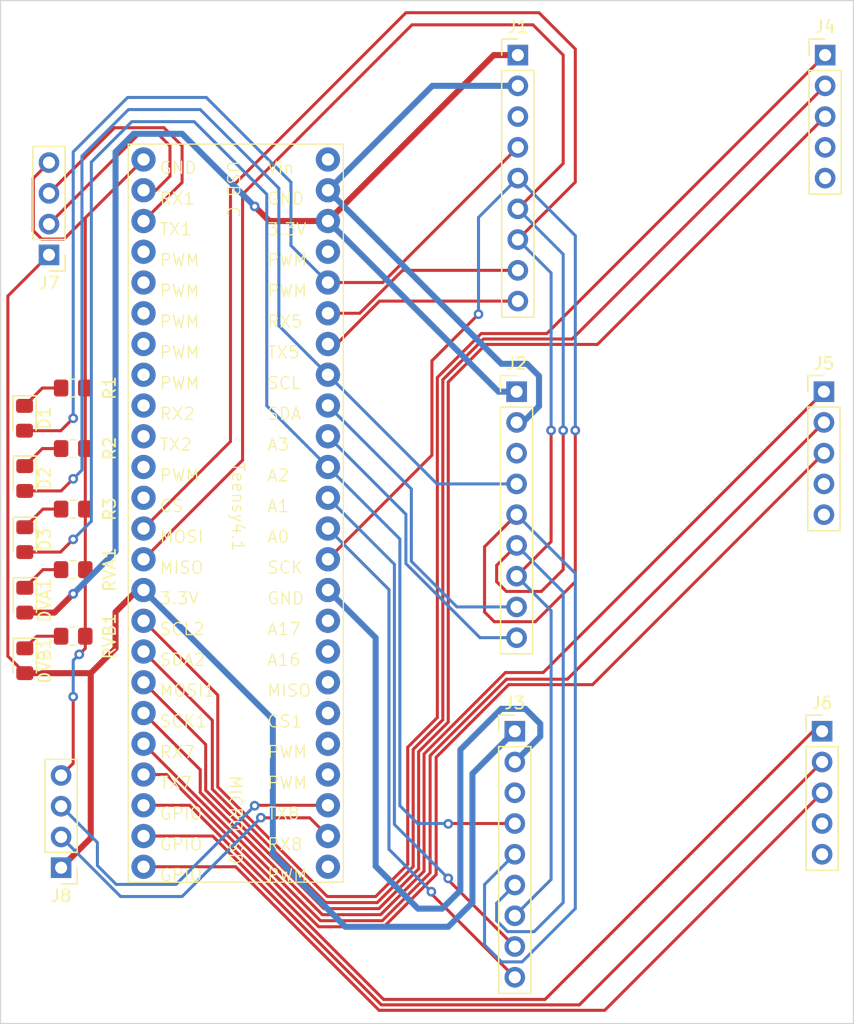
<source format=kicad_pcb>
(kicad_pcb (version 20221018) (generator pcbnew)
  (layers (0 "F.Cu" signal) (31 "B.Cu" signal) (34 "B.Paste" user) (35 "F.Paste" user) (36 "B.SilkS" user "B.Silkscreen") (37 "F.SilkS" user "F.Silkscreen") (38 "B.Mask" user) (39 "F.Mask" user) (44 "Edge.Cuts" user))
  (net 0 "")
  (net 1 "Net-(D1-K)")
  (net 2 "/INT1")
  (net 3 "Net-(D2-K)")
  (net 4 "/INT2")
  (net 5 "Net-(D3-K)")
  (net 6 "/INT3")
  (net 7 "/GND")
  (net 8 "Net-(DVB1-K)")
  (net 9 "/3.3V B")
  (net 10 "/RST1")
  (net 11 "/CS1")
  (net 12 "/MOSI")
  (net 13 "/MISO")
  (net 14 "/SCK")
  (net 15 "/3.3V A")
  (net 16 "/RST2")
  (net 17 "/CS2")
  (net 18 "/RST3")
  (net 19 "/CS3")
  (net 20 "/G1_1")
  (net 21 "/G2_1")
  (net 22 "/G3_1")
  (net 25 "/G1_2")
  (net 26 "/G2_2")
  (net 27 "/G3_2")
  (net 30 "/G1_3")
  (net 31 "/G2_3")
  (net 32 "/G3_3")
  (net 35 "/RX1")
  (net 36 "/TX1")
  (net 37 "/RX8")
  (net 38 "/TX8")
  (net 60 "Net-(DVA1-K)")
  (net 61 "/GND1")
  (net 62 "/GND3")
  (footprint "MountingHole:MountingHole_2.1mm" (layer "F.Cu") (at 118.2 63.6)
    (fp_text reference "H1" hide)
    (fp_text value "MountingHole" hide)
    (pad "" np_thru_hole circle (at 0 0) (size 2.1 2.1) (drill 2.1) (layers "*.Cu" "*.Mask"))
  )
  (footprint "Resistor_SMD:R_0805_2012Metric_Pad1.20x1.40mm_HandSolder" (layer "F.Cu") (at 119.5 101.5)
    (fp_text reference "R3" (at 3 0 90) (layer "F.SilkS"))
    (fp_text value "1000" hide)
    (pad "1" smd roundrect (at -1 0) (size 1.2 1.4) (layers "F.Cu" "F.Paste" "F.Mask") (roundrect_rratio 0.2083333333) (net 5 "Net-(D3-K)"))
    (pad "2" smd roundrect (at 1 0) (size 1.2 1.4) (layers "F.Cu" "F.Paste" "F.Mask") (roundrect_rratio 0.2083333333) (net 7 "/GND"))
  )
  (footprint "MountingHole:MountingHole_2.1mm" (layer "F.Cu") (at 118.2 140.4)
    (fp_text reference "H2" hide)
    (fp_text value "MountingHole" hide)
    (pad "" np_thru_hole circle (at 0 0) (size 2.1 2.1) (drill 2.1) (layers "*.Cu" "*.Mask"))
  )
  (footprint "Connector_PinHeader_2.54mm:PinHeader_1x04_P2.54mm_Vertical" (layer "F.Cu") (at 118.5 131.12 180)
    (fp_text reference "J8" (at 0 -2.33) (layer "F.SilkS"))
    (fp_text value "Conn_01x04_Pin" hide)
    (pad "1" thru_hole rect (at 0 0 180) (size 1.7 1.7) (drill 1) (layers "*.Cu" "*.Mask") (net 9 "/3.3V B"))
    (pad "2" thru_hole oval (at 0 2.54 180) (size 1.7 1.7) (drill 1) (layers "*.Cu" "*.Mask") (net 37 "/RX8"))
    (pad "3" thru_hole oval (at 0 5.08 180) (size 1.7 1.7) (drill 1) (layers "*.Cu" "*.Mask") (net 38 "/TX8"))
    (pad "4" thru_hole oval (at 0 7.62 180) (size 1.7 1.7) (drill 1) (layers "*.Cu" "*.Mask") (net 7 "/GND"))
  )
  (footprint "Connector_PinHeader_2.54mm:PinHeader_1x04_P2.54mm_Vertical" (layer "F.Cu") (at 117.5 80.5 180)
    (fp_text reference "J7" (at 0 -2.33) (layer "F.SilkS"))
    (fp_text value "Conn_01x04_Pin" hide)
    (pad "1" thru_hole rect (at 0 0 180) (size 1.7 1.7) (drill 1) (layers "*.Cu" "*.Mask") (net 9 "/3.3V B"))
    (pad "2" thru_hole oval (at 0 2.54 180) (size 1.7 1.7) (drill 1) (layers "*.Cu" "*.Mask") (net 35 "/RX1"))
    (pad "3" thru_hole oval (at 0 5.08 180) (size 1.7 1.7) (drill 1) (layers "*.Cu" "*.Mask") (net 36 "/TX1"))
    (pad "4" thru_hole oval (at 0 7.62 180) (size 1.7 1.7) (drill 1) (layers "*.Cu" "*.Mask") (net 7 "/GND"))
  )
  (footprint "Avionics:Teensy_4.1" (layer "F.Cu") (at 132.935 101.835)
    (fp_text reference "Teensy4.1" (at 0.2 -0.5 -90 unlocked) (layer "F.SilkS") (effects (font (thickness 0.1))))
    (fp_text value "~")
    (fp_text user "GND" (at 2.54 7.62 unlocked) (layer "F.SilkS") (effects (font (thickness 0.1)) (justify left bottom)))
    (fp_text user "PWM" (at 2.54 20.32 unlocked) (layer "F.SilkS") (effects (font (thickness 0.1)) (justify left bottom)))
    (fp_text user "PWM" (at -6.35 -17.78 unlocked) (layer "F.SilkS") (effects (font (thickness 0.1)) (justify left bottom)))
    (fp_text user "3.3V" (at 2.54 -22.86 unlocked) (layer "F.SilkS") (effects (font (thickness 0.1)) (justify left bottom)))
    (fp_text user "GPIO" (at -6.35 25.4 unlocked) (layer "F.SilkS") (effects (font (thickness 0.1)) (justify left bottom)))
    (fp_text user "RX7" (at -6.35 20.32 unlocked) (layer "F.SilkS") (effects (font (thickness 0.1)) (justify left bottom)))
    (fp_text user "SDA2" (at -6.35 12.7 unlocked) (layer "F.SilkS") (effects (font (thickness 0.1)) (justify left bottom)))
    (fp_text user "PWM" (at -6.35 -12.7 unlocked) (layer "F.SilkS") (effects (font (thickness 0.1)) (justify left bottom)))
    (fp_text user "PWM" (at 2.54 -20.32 unlocked) (layer "F.SilkS") (effects (font (thickness 0.1)) (justify left bottom)))
    (fp_text user "GND" (at -6.35 -27.94 unlocked) (layer "F.SilkS") (effects (font (thickness 0.1)) (justify left bottom)))
    (fp_text user "A2" (at 2.54 -2.54 unlocked) (layer "F.SilkS") (effects (font (thickness 0.1)) (justify left bottom)))
    (fp_text user "GPIO" (at -6.35 30.48 unlocked) (layer "F.SilkS") (effects (font (thickness 0.1)) (justify left bottom)))
    (fp_text user "RX5" (at 2.54 -15.24 unlocked) (layer "F.SilkS") (effects (font (thickness 0.1)) (justify left bottom)))
    (fp_text user "PWM" (at -6.35 -10.16 unlocked) (layer "F.SilkS") (effects (font (thickness 0.1)) (justify left bottom)))
    (fp_text user "MICRO SD" (at -0.6 21.59 -90 unlocked) (layer "F.SilkS") (effects (font (thickness 0.1)) (justify left bottom)))
    (fp_text user "MISO" (at -6.35 5.08 unlocked) (layer "F.SilkS") (effects (font (thickness 0.1)) (justify left bottom)))
    (fp_text user "RX1" (at -6.35 -25.4 unlocked) (layer "F.SilkS") (effects (font (thickness 0.1)) (justify left bottom)))
    (fp_text user "TX1" (at -6.35 -22.86 unlocked) (layer "F.SilkS") (effects (font (thickness 0.1)) (justify left bottom)))
    (fp_text user "SCK1" (at -6.35 17.78 unlocked) (layer "F.SilkS") (effects (font (thickness 0.1)) (justify left bottom)))
    (fp_text user "PWM" (at -6.35 -20.32 unlocked) (layer "F.SilkS") (effects (font (thickness 0.1)) (justify left bottom)))
    (fp_text user "A0" (at 2.54 2.54 unlocked) (layer "F.SilkS") (effects (font (thickness 0.1)) (justify left bottom)))
    (fp_text user "TX5" (at 2.54 -12.7 unlocked) (layer "F.SilkS") (effects (font (thickness 0.1)) (justify left bottom)))
    (fp_text user "MOSI" (at -6.35 2.54 unlocked) (layer "F.SilkS") (effects (font (thickness 0.1)) (justify left bottom)))
    (fp_text user "PWM" (at 2.54 22.86 unlocked) (layer "F.SilkS") (effects (font (thickness 0.1)) (justify left bottom)))
    (fp_text user "A3" (at 2.54 -5.08 unlocked) (layer "F.SilkS") (effects (font (thickness 0.1)) (justify left bottom)))
    (fp_text user "TX8" (at 2.54 25.4 unlocked) (layer "F.SilkS") (effects (font (thickness 0.1)) (justify left bottom)))
    (fp_text user "PWM" (at 2.54 -17.78 unlocked) (layer "F.SilkS") (effects (font (thickness 0.1)) (justify left bottom)))
    (fp_text user "TX7" (at -6.35 22.86 unlocked) (layer "F.SilkS") (effects (font (thickness 0.1)) (justify left bottom)))
    (fp_text user "CS1" (at 2.54 17.78 unlocked) (layer "F.SilkS") (effects (font (thickness 0.1)) (justify left bottom)))
    (fp_text user "SCL" (at 2.54 -10.16 unlocked) (layer "F.SilkS") (effects (font (thickness 0.1)) (justify left bottom)))
    (fp_text user "A16" (at 2.54 12.7 unlocked) (layer "F.SilkS") (effects (font (thickness 0.1)) (justify left bottom)))
    (fp_text user "TX2" (at -6.35 -5.08 unlocked) (layer "F.SilkS") (effects (font (thickness 0.1)) (justify left bottom)))
    (fp_text user "CS" (at -6.35 0 unlocked) (layer "F.SilkS") (effects (font (thickness 0.1)) (justify left bottom)))
    (fp_text user "GND" (at 2.54 -25.4 unlocked) (layer "F.SilkS") (effects (font (thickness 0.1)) (justify left bottom)))
    (fp_text user "RX2" (at -6.35 -7.62 unlocked) (layer "F.SilkS") (effects (font (thickness 0.1)) (justify left bottom)))
    (fp_text user "PWM" (at 2.54 30.48 unlocked) (layer "F.SilkS") (effects (font (thickness 0.1)) (justify left bottom)))
    (fp_text user "USB C" (at -0.8 -29.2 -90 unlocked) (layer "F.SilkS") (effects (font (thickness 0.1)) (justify left bottom)))
    (fp_text user "A1" (at 2.54 0 unlocked) (layer "F.SilkS") (effects (font (thickness 0.1)) (justify left bottom)))
    (fp_text user "A17" (at 2.54 10.16 unlocked) (layer "F.SilkS") (effects (font (thickness 0.1)) (justify left bottom)))
    (fp_text user "3.3V" (at -6.35 7.62 unlocked) (layer "F.SilkS") (effects (font (thickness 0.1)) (justify left bottom)))
    (fp_text user "Vin" (at 2.54 -27.94 unlocked) (layer "F.SilkS") (effects (font (thickness 0.1)) (justify left bottom)))
    (fp_text user "SCL2" (at -6.35 10.16 unlocked) (layer "F.SilkS") (effects (font (thickness 0.1)) (justify left bottom)))
    (fp_text user "GPIO" (at -6.35 27.94 unlocked) (layer "F.SilkS") (effects (font (thickness 0.1)) (justify left bottom)))
    (fp_text user "MOSI1" (at -6.35 15.24 unlocked) (layer "F.SilkS") (effects (font (thickness 0.1)) (justify left bottom)))
    (fp_text user "SCK" (at 2.54 5.08 unlocked) (layer "F.SilkS") (effects (font (thickness 0.1)) (justify left bottom)))
    (fp_text user "MISO" (at 2.54 15.24 unlocked) (layer "F.SilkS") (effects (font (thickness 0.1)) (justify left bottom)))
    (fp_text user "PWM" (at -6.35 -2.54 unlocked) (layer "F.SilkS") (effects (font (thickness 0.1)) (justify left bottom)))
    (fp_text user "SDA" (at 2.54 -7.62 unlocked) (layer "F.SilkS") (effects (font (thickness 0.1)) (justify left bottom)))
    (fp_text user "PWM" (at -6.35 -15.24 unlocked) (layer "F.SilkS") (effects (font (thickness 0.1)) (justify left bottom)))
    (fp_text user "RX8" (at 2.54 27.94 unlocked) (layer "F.SilkS") (effects (font (thickness 0.1)) (justify left bottom)))
    (pad "0" thru_hole circle (at -7.62 -29.21) (size 2 2) (drill 1.02) (layers "*.Cu" "*.Mask") (net 7 "/GND"))
    (pad "1" thru_hole circle (at -7.62 -26.67) (size 2 2) (drill 1.02) (layers "*.Cu" "*.Mask") (net 35 "/RX1"))
    (pad "2" thru_hole circle (at -7.62 -24.13) (size 2 2) (drill 1.02) (layers "*.Cu" "*.Mask") (net 36 "/TX1"))
    (pad "3" thru_hole circle (at -7.62 -21.59) (size 2 2) (drill 1.02) (layers "*.Cu" "*.Mask"))
    (pad "4" thru_hole circle (at -7.62 -19.05) (size 2 2) (drill 1.02) (layers "*.Cu" "*.Mask"))
    (pad "5" thru_hole circle (at -7.62 -16.51) (size 2 2) (drill 1.02) (layers "*.Cu" "*.Mask"))
    (pad "6" thru_hole circle (at -7.62 -13.97) (size 2 2) (drill 1.02) (layers "*.Cu" "*.Mask"))
    (pad "7" thru_hole circle (at -7.62 -11.43) (size 2 2) (drill 1.02) (layers "*.Cu" "*.Mask"))
    (pad "8" thru_hole circle (at -7.62 -8.89) (size 2 2) (drill 1.02) (layers "*.Cu" "*.Mask"))
    (pad "9" thru_hole circle (at -7.62 -6.35) (size 2 2) (drill 1.02) (layers "*.Cu" "*.Mask"))
    (pad "10" thru_hole circle (at -7.62 -3.81) (size 2 2) (drill 1.02) (layers "*.Cu" "*.Mask"))
    (pad "11" thru_hole circle (at -7.62 -1.27) (size 2 2) (drill 1.02) (layers "*.Cu" "*.Mask"))
    (pad "12" thru_hole circle (at -7.62 1.27) (size 2 2) (drill 1.02) (layers "*.Cu" "*.Mask") (net 12 "/MOSI"))
    (pad "13" thru_hole circle (at -7.62 3.81) (size 2 2) (drill 1.02) (layers "*.Cu" "*.Mask") (net 13 "/MISO"))
    (pad "14" thru_hole circle (at -7.62 6.35) (size 2 2) (drill 1.02) (layers "*.Cu" "*.Mask") (net 9 "/3.3V B"))
    (pad "15" thru_hole circle (at -7.62 8.89) (size 2 2) (drill 1.02) (layers "*.Cu" "*.Mask") (net 20 "/G1_1"))
    (pad "16" thru_hole circle (at -7.62 11.43) (size 2 2) (drill 1.02) (layers "*.Cu" "*.Mask") (net 21 "/G2_1"))
    (pad "17" thru_hole circle (at -7.62 13.97) (size 2 2) (drill 1.02) (layers "*.Cu" "*.Mask") (net 22 "/G3_1"))
    (pad "18" thru_hole circle (at -7.62 16.51) (size 2 2) (drill 1.02) (layers "*.Cu" "*.Mask") (net 25 "/G1_2"))
    (pad "19" thru_hole circle (at -7.62 19.05) (size 2 2) (drill 1.02) (layers "*.Cu" "*.Mask") (net 26 "/G2_2"))
    (pad "20" thru_hole circle (at -7.62 21.59) (size 2 2) (drill 1.02) (layers "*.Cu" "*.Mask") (net 27 "/G3_2"))
    (pad "21" thru_hole circle (at -7.62 24.13) (size 2 2) (drill 1.02) (layers "*.Cu" "*.Mask") (net 30 "/G1_3"))
    (pad "22" thru_hole circle (at -7.62 26.67) (size 2 2) (drill 1.02) (layers "*.Cu" "*.Mask") (net 31 "/G2_3"))
    (pad "23" thru_hole circle (at -7.62 29.21) (size 2 2) (drill 1.02) (layers "*.Cu" "*.Mask") (net 32 "/G3_3"))
    (pad "24" thru_hole circle (at 7.62 29.21) (size 2 2) (drill 1.02) (layers "*.Cu" "*.Mask"))
    (pad "25" thru_hole circle (at 7.62 26.67) (size 2 2) (drill 1.02) (layers "*.Cu" "*.Mask") (net 37 "/RX8"))
    (pad "26" thru_hole circle (at 7.62 24.13) (size 2 2) (drill 1.02) (layers "*.Cu" "*.Mask") (net 38 "/TX8"))
    (pad "27" thru_hole circle (at 7.62 21.59) (size 2 2) (drill 1.02) (layers "*.Cu" "*.Mask"))
    (pad "28" thru_hole circle (at 7.62 19.05) (size 2 2) (drill 1.02) (layers "*.Cu" "*.Mask"))
    (pad "29" thru_hole circle (at 7.62 16.51) (size 2 2) (drill 1.02) (layers "*.Cu" "*.Mask"))
    (pad "30" thru_hole circle (at 7.62 13.97) (size 2 2) (drill 1.02) (layers "*.Cu" "*.Mask"))
    (pad "31" thru_hole circle (at 7.62 11.43) (size 2 2) (drill 1.02) (layers "*.Cu" "*.Mask"))
    (pad "32" thru_hole circle (at 7.62 8.89) (size 2 2) (drill 1.02) (layers "*.Cu" "*.Mask"))
    (pad "33" thru_hole circle (at 7.62 6.35) (size 2 2) (drill 1.02) (layers "*.Cu" "*.Mask") (net 62 "/GND3"))
    (pad "34" thru_hole circle (at 7.62 3.81) (size 2 2) (drill 1.02) (layers "*.Cu" "*.Mask") (net 14 "/SCK"))
    (pad "35" thru_hole circle (at 7.62 1.27) (size 2 2) (drill 1.02) (layers "*.Cu" "*.Mask") (net 18 "/RST3"))
    (pad "36" thru_hole circle (at 7.62 -1.27) (size 2 2) (drill 1.02) (layers "*.Cu" "*.Mask") (net 19 "/CS3"))
    (pad "37" thru_hole circle (at 7.62 -3.81) (size 2 2) (drill 1.02) (layers "*.Cu" "*.Mask") (net 6 "/INT3"))
    (pad "38" thru_hole circle (at 7.62 -6.35) (size 2 2) (drill 1.02) (layers "*.Cu" "*.Mask") (net 16 "/RST2"))
    (pad "39" thru_hole circle (at 7.62 -8.89) (size 2 2) (drill 1.02) (layers "*.Cu" "*.Mask") (net 17 "/CS2"))
    (pad "40" thru_hole circle (at 7.62 -11.43) (size 2 2) (drill 1.02) (layers "*.Cu" "*.Mask") (net 4 "/INT2"))
    (pad "41" thru_hole circle (at 7.62 -13.97) (size 2 2) (drill 1.02) (layers "*.Cu" "*.Mask") (net 10 "/RST1"))
    (pad "42" thru_hole circle (at 7.62 -16.51) (size 2 2) (drill 1.02) (layers "*.Cu" "*.Mask") (net 11 "/CS1"))
    (pad "43" thru_hole circle (at 7.62 -19.05) (size 2 2) (drill 1.02) (layers "*.Cu" "*.Mask") (net 2 "/INT1"))
    (pad "44" thru_hole circle (at 7.62 -21.59) (size 2 2) (drill 1.02) (layers "*.Cu" "*.Mask"))
    (pad "45" thru_hole circle (at 7.62 -24.13) (size 2 2) (drill 1.02) (layers "*.Cu" "*.Mask") (net 15 "/3.3V A"))
    (pad "46" thru_hole circle (at 7.62 -26.67) (size 2 2) (drill 1.02) (layers "*.Cu" "*.Mask") (net 61 "/GND1"))
    (pad "47" thru_hole circle (at 7.62 -29.21) (size 2 2) (drill 1.02) (layers "*.Cu" "*.Mask"))
  )
  (footprint "Resistor_SMD:R_0805_2012Metric_Pad1.20x1.40mm_HandSolder" (layer "F.Cu") (at 119.5 112 180)
    (fp_text reference "RVB1" (at -3 0 90) (layer "F.SilkS"))
    (fp_text value "1000" hide)
    (pad "1" smd roundrect (at -1 0 180) (size 1.2 1.4) (layers "F.Cu" "F.Paste" "F.Mask") (roundrect_rratio 0.2083333333) (net 7 "/GND"))
    (pad "2" smd roundrect (at 1 0 180) (size 1.2 1.4) (layers "F.Cu" "F.Paste" "F.Mask") (roundrect_rratio 0.2083333333) (net 8 "Net-(DVB1-K)"))
  )
  (footprint "Connector_PinHeader_2.54mm:PinHeader_1x09_P2.54mm_Vertical" (layer "F.Cu") (at 156 119.85)
    (fp_text reference "J3" (at 0 -2.33) (layer "F.SilkS"))
    (fp_text value "Conn_01x09_Pin" hide)
    (pad "1" thru_hole rect (at 0 0) (size 1.7 1.7) (drill 1) (layers "*.Cu" "*.Mask") (net 9 "/3.3V B"))
    (pad "2" thru_hole oval (at 0 2.54) (size 1.7 1.7) (drill 1) (layers "*.Cu" "*.Mask") (net 62 "/GND3"))
    (pad "3" thru_hole oval (at 0 5.08) (size 1.7 1.7) (drill 1) (layers "*.Cu" "*.Mask"))
    (pad "4" thru_hole oval (at 0 7.62) (size 1.7 1.7) (drill 1) (layers "*.Cu" "*.Mask") (net 6 "/INT3"))
    (pad "5" thru_hole oval (at 0 10.16) (size 1.7 1.7) (drill 1) (layers "*.Cu" "*.Mask") (net 14 "/SCK"))
    (pad "6" thru_hole oval (at 0 12.7) (size 1.7 1.7) (drill 1) (layers "*.Cu" "*.Mask") (net 13 "/MISO"))
    (pad "7" thru_hole oval (at 0 15.24) (size 1.7 1.7) (drill 1) (layers "*.Cu" "*.Mask") (net 12 "/MOSI"))
    (pad "8" thru_hole oval (at 0 17.78) (size 1.7 1.7) (drill 1) (layers "*.Cu" "*.Mask") (net 19 "/CS3"))
    (pad "9" thru_hole oval (at 0 20.32) (size 1.7 1.7) (drill 1) (layers "*.Cu" "*.Mask") (net 18 "/RST3"))
  )
  (footprint "Connector_PinHeader_2.54mm:PinHeader_1x05_P2.54mm_Vertical" (layer "F.Cu") (at 181.55 91.8)
    (fp_text reference "J5" (at 0 -2.33) (layer "F.SilkS"))
    (fp_text value "Conn_01x05_Pin" hide)
    (pad "1" thru_hole rect (at 0 0) (size 1.7 1.7) (drill 1) (layers "*.Cu" "*.Mask") (net 25 "/G1_2"))
    (pad "2" thru_hole oval (at 0 2.54) (size 1.7 1.7) (drill 1) (layers "*.Cu" "*.Mask") (net 26 "/G2_2"))
    (pad "3" thru_hole oval (at 0 5.08) (size 1.7 1.7) (drill 1) (layers "*.Cu" "*.Mask") (net 27 "/G3_2"))
    (pad "4" thru_hole oval (at 0 7.62) (size 1.7 1.7) (drill 1) (layers "*.Cu" "*.Mask"))
    (pad "5" thru_hole oval (at 0 10.16) (size 1.7 1.7) (drill 1) (layers "*.Cu" "*.Mask"))
  )
  (footprint "LED_SMD:LED_0805_2012Metric_Pad1.15x1.40mm_HandSolder" (layer "F.Cu") (at 115.5 109.025 -90)
    (fp_text reference "DVA1" (at 0 -1.65 90) (layer "F.SilkS"))
    (fp_text value "LED" hide)
    (pad "1" smd roundrect (at -1.025 0 270) (size 1.15 1.4) (layers "F.Cu" "F.Paste" "F.Mask") (roundrect_rratio 0.2173913043) (net 60 "Net-(DVA1-K)"))
    (pad "2" smd roundrect (at 1.025 0 270) (size 1.15 1.4) (layers "F.Cu" "F.Paste" "F.Mask") (roundrect_rratio 0.2173913043) (net 15 "/3.3V A"))
  )
  (footprint "LED_SMD:LED_0805_2012Metric_Pad1.15x1.40mm_HandSolder" (layer "F.Cu") (at 115.5 98.975 -90)
    (fp_text reference "D2" (at 0 -1.65 90) (layer "F.SilkS"))
    (fp_text value "LED" hide)
    (pad "1" smd roundrect (at -1.025 0 270) (size 1.15 1.4) (layers "F.Cu" "F.Paste" "F.Mask") (roundrect_rratio 0.2173913043) (net 3 "Net-(D2-K)"))
    (pad "2" smd roundrect (at 1.025 0 270) (size 1.15 1.4) (layers "F.Cu" "F.Paste" "F.Mask") (roundrect_rratio 0.2173913043) (net 4 "/INT2"))
  )
  (footprint "Connector_PinHeader_2.54mm:PinHeader_1x09_P2.54mm_Vertical" (layer "F.Cu") (at 156.15 91.8)
    (fp_text reference "J2" (at 0 -2.33) (layer "F.SilkS"))
    (fp_text value "Conn_01x09_Pin" hide)
    (pad "1" thru_hole rect (at 0 0) (size 1.7 1.7) (drill 1) (layers "*.Cu" "*.Mask") (net 15 "/3.3V A"))
    (pad "2" thru_hole oval (at 0 2.54) (size 1.7 1.7) (drill 1) (layers "*.Cu" "*.Mask") (net 61 "/GND1"))
    (pad "3" thru_hole oval (at 0 5.08) (size 1.7 1.7) (drill 1) (layers "*.Cu" "*.Mask"))
    (pad "4" thru_hole oval (at 0 7.62) (size 1.7 1.7) (drill 1) (layers "*.Cu" "*.Mask") (net 4 "/INT2"))
    (pad "5" thru_hole oval (at 0 10.16) (size 1.7 1.7) (drill 1) (layers "*.Cu" "*.Mask") (net 14 "/SCK"))
    (pad "6" thru_hole oval (at 0 12.7) (size 1.7 1.7) (drill 1) (layers "*.Cu" "*.Mask") (net 13 "/MISO"))
    (pad "7" thru_hole oval (at 0 15.24) (size 1.7 1.7) (drill 1) (layers "*.Cu" "*.Mask") (net 12 "/MOSI"))
    (pad "8" thru_hole oval (at 0 17.78) (size 1.7 1.7) (drill 1) (layers "*.Cu" "*.Mask") (net 17 "/CS2"))
    (pad "9" thru_hole oval (at 0 20.32) (size 1.7 1.7) (drill 1) (layers "*.Cu" "*.Mask") (net 16 "/RST2"))
  )
  (footprint "Resistor_SMD:R_0805_2012Metric_Pad1.20x1.40mm_HandSolder" (layer "F.Cu") (at 119.5 91.5)
    (fp_text reference "R1" (at 3 0 90) (layer "F.SilkS"))
    (fp_text value "1000" hide)
    (pad "1" smd roundrect (at -1 0) (size 1.2 1.4) (layers "F.Cu" "F.Paste" "F.Mask") (roundrect_rratio 0.2083333333) (net 1 "Net-(D1-K)"))
    (pad "2" smd roundrect (at 1 0) (size 1.2 1.4) (layers "F.Cu" "F.Paste" "F.Mask") (roundrect_rratio 0.2083333333) (net 7 "/GND"))
  )
  (footprint "Resistor_SMD:R_0805_2012Metric_Pad1.20x1.40mm_HandSolder" (layer "F.Cu") (at 119.5 106.5 180)
    (fp_text reference "RVA1" (at -3 0 90) (layer "F.SilkS"))
    (fp_text value "1000" hide)
    (pad "1" smd roundrect (at -1 0 180) (size 1.2 1.4) (layers "F.Cu" "F.Paste" "F.Mask") (roundrect_rratio 0.2083333333) (net 7 "/GND"))
    (pad "2" smd roundrect (at 1 0 180) (size 1.2 1.4) (layers "F.Cu" "F.Paste" "F.Mask") (roundrect_rratio 0.2083333333) (net 60 "Net-(DVA1-K)"))
  )
  (footprint "LED_SMD:LED_0805_2012Metric_Pad1.15x1.40mm_HandSolder" (layer "F.Cu") (at 115.475 94 -90)
    (fp_text reference "D1" (at 0 -1.65 90) (layer "F.SilkS"))
    (fp_text value "LED" hide)
    (pad "1" smd roundrect (at -1.025 0 270) (size 1.15 1.4) (layers "F.Cu" "F.Paste" "F.Mask") (roundrect_rratio 0.2173913043) (net 1 "Net-(D1-K)"))
    (pad "2" smd roundrect (at 1.025 0 270) (size 1.15 1.4) (layers "F.Cu" "F.Paste" "F.Mask") (roundrect_rratio 0.2173913043) (net 2 "/INT1"))
  )
  (footprint "LED_SMD:LED_0805_2012Metric_Pad1.15x1.40mm_HandSolder" (layer "F.Cu") (at 115.5 114.025 -90)
    (fp_text reference "DVB1" (at 0 -1.65 90) (layer "F.SilkS"))
    (fp_text value "LED" hide)
    (pad "1" smd roundrect (at -1.025 0 270) (size 1.15 1.4) (layers "F.Cu" "F.Paste" "F.Mask") (roundrect_rratio 0.2173913043) (net 8 "Net-(DVB1-K)"))
    (pad "2" smd roundrect (at 1.025 0 270) (size 1.15 1.4) (layers "F.Cu" "F.Paste" "F.Mask") (roundrect_rratio 0.2173913043) (net 9 "/3.3V B"))
  )
  (footprint "Connector_PinHeader_2.54mm:PinHeader_1x05_P2.54mm_Vertical" (layer "F.Cu") (at 181.65 64)
    (fp_text reference "J4" (at 0 -2.33) (layer "F.SilkS"))
    (fp_text value "Conn_01x05_Pin" hide)
    (pad "1" thru_hole rect (at 0 0) (size 1.7 1.7) (drill 1) (layers "*.Cu" "*.Mask") (net 20 "/G1_1"))
    (pad "2" thru_hole oval (at 0 2.54) (size 1.7 1.7) (drill 1) (layers "*.Cu" "*.Mask") (net 21 "/G2_1"))
    (pad "3" thru_hole oval (at 0 5.08) (size 1.7 1.7) (drill 1) (layers "*.Cu" "*.Mask") (net 22 "/G3_1"))
    (pad "4" thru_hole oval (at 0 7.62) (size 1.7 1.7) (drill 1) (layers "*.Cu" "*.Mask"))
    (pad "5" thru_hole oval (at 0 10.16) (size 1.7 1.7) (drill 1) (layers "*.Cu" "*.Mask"))
  )
  (footprint "Connector_PinHeader_2.54mm:PinHeader_1x09_P2.54mm_Vertical" (layer "F.Cu") (at 156.25 64)
    (fp_text reference "J1" (at 0 -2.33) (layer "F.SilkS"))
    (fp_text value "Conn_01x09_Pin" hide)
    (pad "1" thru_hole rect (at 0 0) (size 1.7 1.7) (drill 1) (layers "*.Cu" "*.Mask") (net 15 "/3.3V A"))
    (pad "2" thru_hole oval (at 0 2.54) (size 1.7 1.7) (drill 1) (layers "*.Cu" "*.Mask") (net 61 "/GND1"))
    (pad "3" thru_hole oval (at 0 5.08) (size 1.7 1.7) (drill 1) (layers "*.Cu" "*.Mask"))
    (pad "4" thru_hole oval (at 0 7.62) (size 1.7 1.7) (drill 1) (layers "*.Cu" "*.Mask") (net 2 "/INT1"))
    (pad "5" thru_hole oval (at 0 10.16) (size 1.7 1.7) (drill 1) (layers "*.Cu" "*.Mask") (net 14 "/SCK"))
    (pad "6" thru_hole oval (at 0 12.7) (size 1.7 1.7) (drill 1) (layers "*.Cu" "*.Mask") (net 13 "/MISO"))
    (pad "7" thru_hole oval (at 0 15.24) (size 1.7 1.7) (drill 1) (layers "*.Cu" "*.Mask") (net 12 "/MOSI"))
    (pad "8" thru_hole oval (at 0 17.78) (size 1.7 1.7) (drill 1) (layers "*.Cu" "*.Mask") (net 11 "/CS1"))
    (pad "9" thru_hole oval (at 0 20.32) (size 1.7 1.7) (drill 1) (layers "*.Cu" "*.Mask") (net 10 "/RST1"))
  )
  (footprint "Resistor_SMD:R_0805_2012Metric_Pad1.20x1.40mm_HandSolder" (layer "F.Cu") (at 119.5 96.5)
    (fp_text reference "R2" (at 3 0 90) (layer "F.SilkS"))
    (fp_text value "1000" hide)
    (pad "1" smd roundrect (at -1 0) (size 1.2 1.4) (layers "F.Cu" "F.Paste" "F.Mask") (roundrect_rratio 0.2083333333) (net 3 "Net-(D2-K)"))
    (pad "2" smd roundrect (at 1 0) (size 1.2 1.4) (layers "F.Cu" "F.Paste" "F.Mask") (roundrect_rratio 0.2083333333) (net 7 "/GND"))
  )
  (footprint "Connector_PinHeader_2.54mm:PinHeader_1x05_P2.54mm_Vertical" (layer "F.Cu") (at 181.4 119.85)
    (fp_text reference "J6" (at 0 -2.33) (layer "F.SilkS"))
    (fp_text value "Conn_01x05_Pin" hide)
    (pad "1" thru_hole rect (at 0 0) (size 1.7 1.7) (drill 1) (layers "*.Cu" "*.Mask") (net 30 "/G1_3"))
    (pad "2" thru_hole oval (at 0 2.54) (size 1.7 1.7) (drill 1) (layers "*.Cu" "*.Mask") (net 31 "/G2_3"))
    (pad "3" thru_hole oval (at 0 5.08) (size 1.7 1.7) (drill 1) (layers "*.Cu" "*.Mask") (net 32 "/G3_3"))
    (pad "4" thru_hole oval (at 0 7.62) (size 1.7 1.7) (drill 1) (layers "*.Cu" "*.Mask"))
    (pad "5" thru_hole oval (at 0 10.16) (size 1.7 1.7) (drill 1) (layers "*.Cu" "*.Mask"))
  )
  (footprint "LED_SMD:LED_0805_2012Metric_Pad1.15x1.40mm_HandSolder" (layer "F.Cu") (at 115.5 104.025 -90)
    (fp_text reference "D3" (at 0 -1.65 90) (layer "F.SilkS"))
    (fp_text value "LED" hide)
    (pad "1" smd roundrect (at -1.025 0 270) (size 1.15 1.4) (layers "F.Cu" "F.Paste" "F.Mask") (roundrect_rratio 0.2173913043) (net 5 "Net-(D3-K)"))
    (pad "2" smd roundrect (at 1.025 0 270) (size 1.15 1.4) (layers "F.Cu" "F.Paste" "F.Mask") (roundrect_rratio 0.2173913043) (net 6 "/INT3"))
  )
  (footprint "MountingHole:MountingHole_2.1mm" (layer "F.Cu") (at 179.2 140.4)
    (fp_text reference "H3" hide)
    (fp_text value "MountingHole" hide)
    (pad "" np_thru_hole circle (at 0 0) (size 2.1 2.1) (drill 2.1) (layers "*.Cu" "*.Mask"))
  )
  (gr_rect (start 113.5 59.5) (end 184 144) (stroke (width 0.1)) (fill none) (layer "Edge.Cuts"))
  (segment (start 115.475 92.975) (end 116.95 91.5) (width 0.25) (layer "F.Cu") (net 1))
  (segment (start 116.95 91.5) (end 118.5 91.5) (width 0.25) (layer "F.Cu") (net 1))
  (segment (start 140.555 82.785) (end 145.085 82.785) (width 0.25) (layer "F.Cu") (net 2))
  (segment (start 145.085 82.785) (end 156.25 71.62) (width 0.25) (layer "F.Cu") (net 2))
  (segment (start 118.475 95.025) (end 119.5 94) (width 0.25) (layer "F.Cu") (net 2))
  (segment (start 115.475 95.025) (end 118.475 95.025) (width 0.25) (layer "F.Cu") (net 2))
  (via (at 119.5 94) (size 0.8) (drill 0.4) (layers "F.Cu" "B.Cu") (net 2))
  (segment (start 140.555 82.785) (end 137.5 79.73) (width 0.25) (layer "B.Cu") (net 2))
  (segment (start 137.5 79.73) (end 137.5 79.5) (width 0.25) (layer "B.Cu") (net 2))
  (segment (start 130.5 67.5) (end 137.5 74.5) (width 0.25) (layer "B.Cu") (net 2))
  (segment (start 124 67.5) (end 130.5 67.5) (width 0.25) (layer "B.Cu") (net 2))
  (segment (start 119.5 72) (end 124 67.5) (width 0.25) (layer "B.Cu") (net 2))
  (segment (start 137.5 74.5) (end 137.5 79.5) (width 0.25) (layer "B.Cu") (net 2))
  (segment (start 119.5 94) (end 119.5 72) (width 0.25) (layer "B.Cu") (net 2))
  (segment (start 115.5 97.95) (end 116.95 96.5) (width 0.25) (layer "F.Cu") (net 3))
  (segment (start 116.95 96.5) (end 118.5 96.5) (width 0.25) (layer "F.Cu") (net 3))
  (segment (start 115.5 100) (end 118.5 100) (width 0.25) (layer "F.Cu") (net 4))
  (segment (start 118.5 100) (end 119.5 99) (width 0.25) (layer "F.Cu") (net 4))
  (segment (start 139.905 90.405) (end 140.555 90.405) (width 0.25) (layer "F.Cu") (net 4))
  (via (at 119.5 99) (size 0.8) (drill 0.4) (layers "F.Cu" "B.Cu") (net 4))
  (segment (start 140.555 90.405) (end 136.5 86.35) (width 0.25) (layer "B.Cu") (net 4))
  (segment (start 124.068198 68.5) (end 120.225 72.343198) (width 0.25) (layer "B.Cu") (net 4))
  (segment (start 120.225 98.275) (end 119.5 99) (width 0.25) (layer "B.Cu") (net 4))
  (segment (start 149.57 99.42) (end 140.555 90.405) (width 0.25) (layer "B.Cu") (net 4))
  (segment (start 136.5 86.35) (end 136.5 75) (width 0.25) (layer "B.Cu") (net 4))
  (segment (start 136.5 75) (end 130 68.5) (width 0.25) (layer "B.Cu") (net 4))
  (segment (start 130 68.5) (end 124.068198 68.5) (width 0.25) (layer "B.Cu") (net 4))
  (segment (start 156.15 99.42) (end 149.57 99.42) (width 0.25) (layer "B.Cu") (net 4))
  (segment (start 120.225 72.343198) (end 120.225 98.275) (width 0.25) (layer "B.Cu") (net 4))
  (segment (start 117 101.5) (end 118.5 101.5) (width 0.25) (layer "F.Cu") (net 5))
  (segment (start 115.5 103) (end 117 101.5) (width 0.25) (layer "F.Cu") (net 5))
  (segment (start 115.5 105.05) (end 118.45 105.05) (width 0.25) (layer "F.Cu") (net 6))
  (segment (start 118.45 105.05) (end 119.5 104) (width 0.25) (layer "F.Cu") (net 6))
  (segment (start 156 127.47) (end 150.53 127.47) (width 0.25) (layer "F.Cu") (net 6))
  (segment (start 150.53 127.47) (end 150.5 127.5) (width 0.25) (layer "F.Cu") (net 6))
  (via (at 150.5 127.5) (size 0.8) (drill 0.4) (layers "F.Cu" "B.Cu") (net 6))
  (via (at 119.5 104) (size 0.8) (drill 0.4) (layers "F.Cu" "B.Cu") (net 6))
  (segment (start 146.5 126) (end 146.5 103.97) (width 0.25) (layer "B.Cu") (net 6))
  (segment (start 121 102.5) (end 119.5 104) (width 0.25) (layer "B.Cu") (net 6))
  (segment (start 124.343414 69.5) (end 121 72.843414) (width 0.25) (layer "B.Cu") (net 6))
  (segment (start 140.555 98.025) (end 135.5 92.97) (width 0.25) (layer "B.Cu") (net 6))
  (segment (start 129.5 69.5) (end 124.343414 69.5) (width 0.25) (layer "B.Cu") (net 6))
  (segment (start 150.47 127.47) (end 147.97 127.47) (width 0.25) (layer "B.Cu") (net 6))
  (segment (start 146.5 103.97) (end 140.555 98.025) (width 0.25) (layer "B.Cu") (net 6))
  (segment (start 147.97 127.47) (end 146.5 126) (width 0.25) (layer "B.Cu") (net 6))
  (segment (start 150.5 127.5) (end 150.47 127.47) (width 0.25) (layer "B.Cu") (net 6))
  (segment (start 135.5 92.97) (end 135.5 75.5) (width 0.25) (layer "B.Cu") (net 6))
  (segment (start 135.5 75.5) (end 129.5 69.5) (width 0.25) (layer "B.Cu") (net 6))
  (segment (start 121 72.843414) (end 121 102.5) (width 0.25) (layer "B.Cu") (net 6))
  (segment (start 116.9 79.2) (end 118.74 79.2) (width 0.25) (layer "F.Cu") (net 7))
  (segment (start 117.5 72.88) (end 116.2 74.18) (width 0.25) (layer "F.Cu") (net 7))
  (segment (start 119.5 122.5) (end 119.5 117) (width 0.25) (layer "F.Cu") (net 7))
  (segment (start 116.2 74.18) (end 116.2 78.5) (width 0.25) (layer "F.Cu") (net 7))
  (segment (start 120.5 113) (end 120 113.5) (width 0.25) (layer "F.Cu") (net 7))
  (segment (start 120.5 96.5) (end 120.5 101.5) (width 0.25) (layer "F.Cu") (net 7))
  (segment (start 120.5 77.44) (end 125.315 72.625) (width 0.25) (layer "F.Cu") (net 7))
  (segment (start 120.5 91.5) (end 120.5 77.44) (width 0.25) (layer "F.Cu") (net 7))
  (segment (start 120.5 106.5) (end 120.5 112) (width 0.25) (layer "F.Cu") (net 7))
  (segment (start 116.2 78.5) (end 116.9 79.2) (width 0.25) (layer "F.Cu") (net 7))
  (segment (start 120.5 112) (end 120.5 113) (width 0.25) (layer "F.Cu") (net 7))
  (segment (start 118.5 123.5) (end 119.5 122.5) (width 0.25) (layer "F.Cu") (net 7))
  (segment (start 120.5 91.5) (end 120.5 96.5) (width 0.25) (layer "F.Cu") (net 7))
  (segment (start 118.74 79.2) (end 120.5 77.44) (width 0.25) (layer "F.Cu") (net 7))
  (segment (start 120.5 101.5) (end 120.5 106.5) (width 0.25) (layer "F.Cu") (net 7))
  (via (at 120 113.5) (size 0.8) (drill 0.4) (layers "F.Cu" "B.Cu") (net 7))
  (via (at 119.5 117) (size 0.8) (drill 0.4) (layers "F.Cu" "B.Cu") (net 7))
  (segment (start 119.5 117) (end 119.5 114) (width 0.25) (layer "B.Cu") (net 7))
  (segment (start 119.5 114) (end 120 113.5) (width 0.25) (layer "B.Cu") (net 7))
  (segment (start 115.5 113) (end 115.525 113.025) (width 0.25) (layer "F.Cu") (net 8))
  (segment (start 115.5 113) (end 116.5 112) (width 0.25) (layer "F.Cu") (net 8))
  (segment (start 116.5 112) (end 118.5 112) (width 0.25) (layer "F.Cu") (net 8))
  (segment (start 125.315 108.185) (end 124.815 108.185) (width 0.5) (layer "F.Cu") (net 9))
  (segment (start 114.1 113.65) (end 115.5 115.05) (width 0.25) (layer "F.Cu") (net 9))
  (segment (start 120.95 115.05) (end 115.5 115.05) (width 0.5) (layer "F.Cu") (net 9))
  (segment (start 120.95 128.67) (end 118.5 131.12) (width 0.5) (layer "F.Cu") (net 9))
  (segment (start 123 113) (end 120.95 115.05) (width 0.5) (layer "F.Cu") (net 9))
  (segment (start 123 110) (end 123 113) (width 0.5) (layer "F.Cu") (net 9))
  (segment (start 124.815 108.185) (end 123 110) (width 0.5) (layer "F.Cu") (net 9))
  (segment (start 114.1 83.9) (end 114.1 113.65) (width 0.25) (layer "F.Cu") (net 9))
  (segment (start 117.5 80.5) (end 114.1 83.9) (width 0.25) (layer "F.Cu") (net 9))
  (segment (start 120.95 115.05) (end 120.95 128.67) (width 0.5) (layer "F.Cu") (net 9))
  (segment (start 136 118.87) (end 136 130) (width 0.5) (layer "B.Cu") (net 9))
  (segment (start 136 130) (end 142 136) (width 0.5) (layer "B.Cu") (net 9))
  (segment (start 152.5 123.35) (end 156 119.85) (width 0.5) (layer "B.Cu") (net 9))
  (segment (start 150.5 136) (end 152.5 134) (width 0.5) (layer "B.Cu") (net 9))
  (segment (start 125.315 108.185) (end 136 118.87) (width 0.5) (layer "B.Cu") (net 9))
  (segment (start 152.5 134) (end 152.5 123.35) (width 0.5) (layer "B.Cu") (net 9))
  (segment (start 142 136) (end 150.5 136) (width 0.5) (layer "B.Cu") (net 9))
  (segment (start 144.822792 84.32) (end 141.277792 87.865) (width 0.25) (layer "F.Cu") (net 10))
  (segment (start 156.25 84.32) (end 144.822792 84.32) (width 0.25) (layer "F.Cu") (net 10))
  (segment (start 141.277792 87.865) (end 140.555 87.865) (width 0.25) (layer "F.Cu") (net 10))
  (segment (start 143.181396 85.325) (end 140.555 85.325) (width 0.25) (layer "F.Cu") (net 11))
  (segment (start 156.25 81.78) (end 146.726396 81.78) (width 0.25) (layer "F.Cu") (net 11))
  (segment (start 146.726396 81.78) (end 143.181396 85.325) (width 0.25) (layer "F.Cu") (net 11))
  (segment (start 140.73 85.5) (end 140.555 85.325) (width 0.25) (layer "B.Cu") (net 11))
  (segment (start 132.5 75) (end 147 60.5) (width 0.25) (layer "F.Cu") (net 12))
  (segment (start 159 104.19) (end 159 95) (width 0.25) (layer "F.Cu") (net 12))
  (segment (start 161 63.5) (end 161 74.49) (width 0.25) (layer "F.Cu") (net 12))
  (segment (start 156.15 107.04) (end 159 104.19) (width 0.25) (layer "F.Cu") (net 12))
  (segment (start 161 74.49) (end 156.25 79.24) (width 0.25) (layer "F.Cu") (net 12))
  (segment (start 147 60.5) (end 158 60.5) (width 0.25) (layer "F.Cu") (net 12))
  (segment (start 125.315 103.105) (end 132.5 95.92) (width 0.25) (layer "F.Cu") (net 12))
  (segment (start 132.5 95.92) (end 132.5 75) (width 0.25) (layer "F.Cu") (net 12))
  (segment (start 158 60.5) (end 161 63.5) (width 0.25) (layer "F.Cu") (net 12))
  (via (at 159 95) (size 0.8) (drill 0.4) (layers "F.Cu" "B.Cu") (net 12))
  (segment (start 156.25 79.24) (end 159 81.99) (width 0.25) (layer "B.Cu") (net 12))
  (segment (start 159 109.89) (end 156.15 107.04) (width 0.25) (layer "B.Cu") (net 12))
  (segment (start 156 135.09) (end 159 132.09) (width 0.25) (layer "B.Cu") (net 12))
  (segment (start 159 132.09) (end 159 109.89) (width 0.25) (layer "B.Cu") (net 12))
  (segment (start 159 81.99) (end 159 95) (width 0.25) (layer "B.Cu") (net 12))
  (segment (start 158.2 108.3) (end 155.3 108.3) (width 0.25) (layer "F.Cu") (net 13))
  (segment (start 133.5 97.46) (end 133.5 75.5) (width 0.25) (layer "F.Cu") (net 13))
  (segment (start 154.5 106.15) (end 156.15 104.5) (width 0.25) (layer "F.Cu") (net 13))
  (segment (start 160 64) (end 160 72.95) (width 0.25) (layer "F.Cu") (net 13))
  (segment (start 147.5 61.5) (end 157.5 61.5) (width 0.25) (layer "F.Cu") (net 13))
  (segment (start 133.5 75.5) (end 147.5 61.5) (width 0.25) (layer "F.Cu") (net 13))
  (segment (start 157.5 61.5) (end 160 64) (width 0.25) (layer "F.Cu") (net 13))
  (segment (start 125.626917 105.333083) (end 133.5 97.46) (width 0.25) (layer "F.Cu") (net 13))
  (segment (start 154.5 107.5) (end 154.5 106.15) (width 0.25) (layer "F.Cu") (net 13))
  (segment (start 160 72.95) (end 156.25 76.7) (width 0.25) (layer "F.Cu") (net 13))
  (segment (start 155.3 108.3) (end 154.5 107.5) (width 0.25) (layer "F.Cu") (net 13))
  (segment (start 160 95) (end 160 106.5) (width 0.25) (layer "F.Cu") (net 13))
  (segment (start 160 106.5) (end 158.2 108.3) (width 0.25) (layer "F.Cu") (net 13))
  (via (at 160 95) (size 0.8) (drill 0.4) (layers "F.Cu" "B.Cu") (net 13))
  (segment (start 155.4 136.4) (end 154.5 135.5) (width 0.25) (layer "B.Cu") (net 13))
  (segment (start 160 93) (end 160 95) (width 0.25) (layer "B.Cu") (net 13))
  (segment (start 156.15 104.5) (end 160 108.35) (width 0.25) (layer "B.Cu") (net 13))
  (segment (start 154.5 135.5) (end 154.5 134.05) (width 0.25) (layer "B.Cu") (net 13))
  (segment (start 154.5 134.05) (end 156 132.55) (width 0.25) (layer "B.Cu") (net 13))
  (segment (start 160 80.45) (end 156.25 76.7) (width 0.25) (layer "B.Cu") (net 13))
  (segment (start 160 134) (end 157.6 136.4) (width 0.25) (layer "B.Cu") (net 13))
  (segment (start 160 93) (end 160 80.45) (width 0.25) (layer "B.Cu") (net 13))
  (segment (start 157.6 136.4) (end 155.4 136.4) (width 0.25) (layer "B.Cu") (net 13))
  (segment (start 160 108.35) (end 160 134) (width 0.25) (layer "B.Cu") (net 13))
  (segment (start 149.15 89.25) (end 153 85.4) (width 0.25) (layer "F.Cu") (net 14))
  (segment (start 153.5 110) (end 154.3 110.8) (width 0.25) (layer "F.Cu") (net 14))
  (segment (start 157.7 110.8) (end 161 107.5) (width 0.25) (layer "F.Cu") (net 14))
  (segment (start 161 107.5) (end 161 95) (width 0.25) (layer "F.Cu") (net 14))
  (segment (start 153.5 104.61) (end 153.5 110) (width 0.25) (layer "F.Cu") (net 14))
  (segment (start 154.3 110.8) (end 157.7 110.8) (width 0.25) (layer "F.Cu") (net 14))
  (segment (start 149.15 97.05) (end 149.15 89.25) (width 0.25) (layer "F.Cu") (net 14))
  (segment (start 140.555 105.645) (end 149.15 97.05) (width 0.25) (layer "F.Cu") (net 14))
  (segment (start 156.15 101.96) (end 153.5 104.61) (width 0.25) (layer "F.Cu") (net 14))
  (via (at 153 85.4) (size 0.8) (drill 0.4) (layers "F.Cu" "B.Cu") (net 14))
  (via (at 161 95) (size 0.8) (drill 0.4) (layers "F.Cu" "B.Cu") (net 14))
  (segment (start 153.5 132.51) (end 153.5 137.5) (width 0.25) (layer "B.Cu") (net 14))
  (segment (start 153.5 137.5) (end 154.9 138.9) (width 0.25) (layer "B.Cu") (net 14))
  (segment (start 156.6 138.9) (end 161 134.5) (width 0.25) (layer "B.Cu") (net 14))
  (segment (start 156.25 74.16) (end 161 78.91) (width 0.25) (layer "B.Cu") (net 14))
  (segment (start 161 78.91) (end 161 95) (width 0.25) (layer "B.Cu") (net 14))
  (segment (start 161 106.81) (end 156.15 101.96) (width 0.25) (layer "B.Cu") (net 14))
  (segment (start 153 85.4) (end 153 77.41) (width 0.25) (layer "B.Cu") (net 14))
  (segment (start 161 134.5) (end 161 106.81) (width 0.25) (layer "B.Cu") (net 14))
  (segment (start 156 130.01) (end 153.5 132.51) (width 0.25) (layer "B.Cu") (net 14))
  (segment (start 153 77.41) (end 156.25 74.16) (width 0.25) (layer "B.Cu") (net 14))
  (segment (start 154.9 138.9) (end 156.6 138.9) (width 0.25) (layer "B.Cu") (net 14))
  (segment (start 134.5 76.5) (end 135.705 77.705) (width 0.5) (layer "F.Cu") (net 15))
  (segment (start 117.95 110.05) (end 119.5 108.5) (width 0.5) (layer "F.Cu") (net 15))
  (segment (start 135.705 77.705) (end 140.555 77.705) (width 0.5) (layer "F.Cu") (net 15))
  (segment (start 115.5 110.05) (end 117.95 110.05) (width 0.5) (layer "F.Cu") (net 15))
  (segment (start 154.26 64) (end 156.25 64) (width 0.5) (layer "F.Cu") (net 15))
  (segment (start 140.555 77.705) (end 154.26 64) (width 0.5) (layer "F.Cu") (net 15))
  (via (at 119.5 108.5) (size 0.8) (drill 0.4) (layers "F.Cu" "B.Cu") (net 15))
  (via (at 134.5 76.5) (size 0.8) (drill 0.4) (layers "F.Cu" "B.Cu") (net 15))
  (segment (start 123 105) (end 123 72) (width 0.5) (layer "B.Cu") (net 15))
  (segment (start 128.5 70.5) (end 134.5 76.5) (width 0.5) (layer "B.Cu") (net 15))
  (segment (start 123 72) (end 124.5 70.5) (width 0.5) (layer "B.Cu") (net 15))
  (segment (start 140.555 77.705) (end 154.65 91.8) (width 0.5) (layer "B.Cu") (net 15))
  (segment (start 154.65 91.8) (end 156.15 91.8) (width 0.5) (layer "B.Cu") (net 15))
  (segment (start 119.5 108.5) (end 123 105) (width 0.5) (layer "B.Cu") (net 15))
  (segment (start 124.5 70.5) (end 128.5 70.5) (width 0.5) (layer "B.Cu") (net 15))
  (segment (start 156.15 112.12) (end 153.12 112.12) (width 0.25) (layer "B.Cu") (net 16))
  (segment (start 147 101.93) (end 140.555 95.485) (width 0.25) (layer "B.Cu") (net 16))
  (segment (start 147 106) (end 147 101.93) (width 0.25) (layer "B.Cu") (net 16))
  (segment (start 153.12 112.12) (end 147 106) (width 0.25) (layer "B.Cu") (net 16))
  (segment (start 151.216396 109.58) (end 147.45 105.813604) (width 0.25) (layer "B.Cu") (net 17))
  (segment (start 147.45 99.84) (end 140.555 92.945) (width 0.25) (layer "B.Cu") (net 17))
  (segment (start 147.45 105.813604) (end 147.45 99.84) (width 0.25) (layer "B.Cu") (net 17))
  (segment (start 156.15 109.58) (end 151.216396 109.58) (width 0.25) (layer "B.Cu") (net 17))
  (segment (start 149.103289 133.273289) (end 149.103289 133.103289) (width 0.25) (layer "F.Cu") (net 18))
  (segment (start 156 140.17) (end 149.103289 133.273289) (width 0.25) (layer "F.Cu") (net 18))
  (via (at 149.103289 133.103289) (size 0.8) (drill 0.4) (layers "F.Cu" "B.Cu") (net 18))
  (segment (start 145.6 129.6) (end 145.6 108.15) (width 0.25) (layer "B.Cu") (net 18))
  (segment (start 149.103289 133.103289) (end 145.6 129.6) (width 0.25) (layer "B.Cu") (net 18))
  (segment (start 145.6 108.15) (end 140.555 103.105) (width 0.25) (layer "B.Cu") (net 18))
  (segment (start 156 137.63) (end 150.5 132.13) (width 0.25) (layer "F.Cu") (net 19))
  (segment (start 150.5 132.13) (end 150.5 132) (width 0.25) (layer "F.Cu") (net 19))
  (via (at 150.5 132) (size 0.8) (drill 0.4) (layers "F.Cu" "B.Cu") (net 19))
  (segment (start 146.05 106.06) (end 140.555 100.565) (width 0.25) (layer "B.Cu") (net 19))
  (segment (start 146.05 127.55) (end 146.05 106.06) (width 0.25) (layer "B.Cu") (net 19))
  (segment (start 150.5 132) (end 146.05 127.55) (width 0.25) (layer "B.Cu") (net 19))
  (segment (start 147.15 121.16802) (end 149.6 118.71802) (width 0.25) (layer "F.Cu") (net 20))
  (segment (start 140.5 133.5) (end 144.5 133.5) (width 0.25) (layer "F.Cu") (net 20))
  (segment (start 131.45 116.86) (end 131.45 124.45) (width 0.25) (layer "F.Cu") (net 20))
  (segment (start 149.6 90.627208) (end 153.227208 87) (width 0.25) (layer "F.Cu") (net 20))
  (segment (start 149.6 118.71802) (end 149.6 90.627208) (width 0.25) (layer "F.Cu") (net 20))
  (segment (start 125.315 110.725) (end 131.45 116.86) (width 0.25) (layer "F.Cu") (net 20))
  (segment (start 153.227208 87) (end 158.65 87) (width 0.25) (layer "F.Cu") (net 20))
  (segment (start 131.45 124.45) (end 140.5 133.5) (width 0.25) (layer "F.Cu") (net 20))
  (segment (start 158.65 87) (end 181.65 64) (width 0.25) (layer "F.Cu") (net 20))
  (segment (start 147.15 130.85) (end 147.15 121.16802) (width 0.25) (layer "F.Cu") (net 20))
  (segment (start 144.5 133.5) (end 147.15 130.85) (width 0.25) (layer "F.Cu") (net 20))
  (segment (start 125.315 113.265) (end 131 118.95) (width 0.25) (layer "F.Cu") (net 21))
  (segment (start 131 118.95) (end 131 124.636396) (width 0.25) (layer "F.Cu") (net 21))
  (segment (start 140.363604 134) (end 144.636396 134) (width 0.25) (layer "F.Cu") (net 21))
  (segment (start 153.413604 87.45) (end 160.74 87.45) (width 0.25) (layer "F.Cu") (net 21))
  (segment (start 147.6 131.036396) (end 147.6 121.354416) (width 0.25) (layer "F.Cu") (net 21))
  (segment (start 150.05 118.904416) (end 150.05 90.813604) (width 0.25) (layer "F.Cu") (net 21))
  (segment (start 147.6 121.354416) (end 150.05 118.904416) (width 0.25) (layer "F.Cu") (net 21))
  (segment (start 150.05 90.813604) (end 153.413604 87.45) (width 0.25) (layer "F.Cu") (net 21))
  (segment (start 144.636396 134) (end 147.6 131.036396) (width 0.25) (layer "F.Cu") (net 21))
  (segment (start 160.74 87.45) (end 181.65 66.54) (width 0.25) (layer "F.Cu") (net 21))
  (segment (start 131 124.636396) (end 140.363604 134) (width 0.25) (layer "F.Cu") (net 21))
  (segment (start 140.227208 134.5) (end 144.772792 134.5) (width 0.25) (layer "F.Cu") (net 22))
  (segment (start 144.772792 134.5) (end 148.05 131.222792) (width 0.25) (layer "F.Cu") (net 22))
  (segment (start 130.45 124.722792) (end 140.227208 134.5) (width 0.25) (layer "F.Cu") (net 22))
  (segment (start 153.6 87.9) (end 162.83 87.9) (width 0.25) (layer "F.Cu") (net 22))
  (segment (start 125.315 115.805) (end 130.45 120.94) (width 0.25) (layer "F.Cu") (net 22))
  (segment (start 150.5 119.090812) (end 150.5 91) (width 0.25) (layer "F.Cu") (net 22))
  (segment (start 148.05 131.222792) (end 148.05 121.540812) (width 0.25) (layer "F.Cu") (net 22))
  (segment (start 130.45 120.94) (end 130.45 124.722792) (width 0.25) (layer "F.Cu") (net 22))
  (segment (start 162.83 87.9) (end 181.65 69.08) (width 0.25) (layer "F.Cu") (net 22))
  (segment (start 148.05 121.540812) (end 150.5 119.090812) (width 0.25) (layer "F.Cu") (net 22))
  (segment (start 150.5 91) (end 153.6 87.9) (width 0.25) (layer "F.Cu") (net 22))
  (segment (start 130 124.909188) (end 140.090812 135) (width 0.25) (layer "F.Cu") (net 25))
  (segment (start 140.090812 135) (end 144.909188 135) (width 0.25) (layer "F.Cu") (net 25))
  (segment (start 158.35 115) (end 181.55 91.8) (width 0.25) (layer "F.Cu") (net 25))
  (segment (start 148.5 121.727208) (end 155.227208 115) (width 0.25) (layer "F.Cu") (net 25))
  (segment (start 148.5 131.409188) (end 148.5 121.727208) (width 0.25) (layer "F.Cu") (net 25))
  (segment (start 144.909188 135) (end 148.5 131.409188) (width 0.25) (layer "F.Cu") (net 25))
  (segment (start 155.227208 115) (end 158.35 115) (width 0.25) (layer "F.Cu") (net 25))
  (segment (start 130 123.03) (end 130 124.909188) (width 0.25) (layer "F.Cu") (net 25))
  (segment (start 125.315 118.345) (end 130 123.03) (width 0.25) (layer "F.Cu") (net 25))
  (segment (start 160.34 115.55) (end 181.55 94.34) (width 0.25) (layer "F.Cu") (net 26))
  (segment (start 149 121.863604) (end 155.313604 115.55) (width 0.25) (layer "F.Cu") (net 26))
  (segment (start 155.313604 115.55) (end 160.34 115.55) (width 0.25) (layer "F.Cu") (net 26))
  (segment (start 149 131.545584) (end 149 121.863604) (width 0.25) (layer "F.Cu") (net 26))
  (segment (start 125.315 120.885) (end 139.93 135.5) (width 0.25) (layer "F.Cu") (net 26))
  (segment (start 139.93 135.5) (end 145.045584 135.5) (width 0.25) (layer "F.Cu") (net 26))
  (segment (start 145.045584 135.5) (end 149 131.545584) (width 0.25) (layer "F.Cu") (net 26))
  (segment (start 149.5 131.68198) (end 149.5 122) (width 0.25) (layer "F.Cu") (net 27))
  (segment (start 149.5 122) (end 155.5 116) (width 0.25) (layer "F.Cu") (net 27))
  (segment (start 155.5 116) (end 162.43 116) (width 0.25) (layer "F.Cu") (net 27))
  (segment (start 162.43 116) (end 181.55 96.88) (width 0.25) (layer "F.Cu") (net 27))
  (segment (start 139.793604 136) (end 145.18198 136) (width 0.25) (layer "F.Cu") (net 27))
  (segment (start 125.315 123.425) (end 127.218604 123.425) (width 0.25) (layer "F.Cu") (net 27))
  (segment (start 145.18198 136) (end 149.5 131.68198) (width 0.25) (layer "F.Cu") (net 27))
  (segment (start 127.218604 123.425) (end 139.793604 136) (width 0.25) (layer "F.Cu") (net 27))
  (segment (start 180.65 119.85) (end 181.4 119.85) (width 0.25) (layer "F.Cu") (net 30))
  (segment (start 158.5 142) (end 180.65 119.85) (width 0.25) (layer "F.Cu") (net 30))
  (segment (start 129.122208 125.965) (end 145.157208 142) (width 0.25) (layer "F.Cu") (net 30))
  (segment (start 145.157208 142) (end 158.5 142) (width 0.25) (layer "F.Cu") (net 30))
  (segment (start 125.315 125.965) (end 129.122208 125.965) (width 0.25) (layer "F.Cu") (net 30))
  (segment (start 131.025812 128.505) (end 144.970812 142.45) (width 0.25) (layer "F.Cu") (net 31))
  (segment (start 161.34 142.45) (end 181.4 122.39) (width 0.25) (layer "F.Cu") (net 31))
  (segment (start 125.315 128.505) (end 131.025812 128.505) (width 0.25) (layer "F.Cu") (net 31))
  (segment (start 144.970812 142.45) (end 161.34 142.45) (width 0.25) (layer "F.Cu") (net 31))
  (segment (start 132.929416 131.045) (end 144.784416 142.9) (width 0.25) (layer "F.Cu") (net 32))
  (segment (start 163.43 142.9) (end 181.4 124.93) (width 0.25) (layer "F.Cu") (net 32))
  (segment (start 125.315 131.045) (end 132.929416 131.045) (width 0.25) (layer "F.Cu") (net 32))
  (segment (start 144.784416 142.9) (end 163.43 142.9) (width 0.25) (layer "F.Cu") (net 32))
  (segment (start 126.335 75.165) (end 125.315 75.165) (width 0.25) (layer "F.Cu") (net 35))
  (segment (start 117.5 77.96) (end 124.96 70.5) (width 0.25) (layer "F.Cu") (net 35))
  (segment (start 127.5 71.5) (end 127.5 74) (width 0.25) (layer "F.Cu") (net 35))
  (segment (start 124.96 70.5) (end 126.5 70.5) (width 0.25) (layer "F.Cu") (net 35))
  (segment (start 126.5 70.5) (end 127.5 71.5) (width 0.25) (layer "F.Cu") (net 35))
  (segment (start 127.5 74) (end 126.335 75.165) (width 0.25) (layer "F.Cu") (net 35))
  (segment (start 122.92 70) (end 127 70) (width 0.25) (layer "F.Cu") (net 36))
  (segment (start 128.5 74.52) (end 125.315 77.705) (width 0.25) (layer "F.Cu") (net 36))
  (segment (start 128.5 71.5) (end 128.5 74.52) (width 0.25) (layer "F.Cu") (net 36))
  (segment (start 127 70) (end 128.5 71.5) (width 0.25) (layer "F.Cu") (net 36))
  (segment (start 117.5 75.42) (end 122.92 70) (width 0.25) (layer "F.Cu") (net 36))
  (segment (start 140.555 128.505) (end 139.05 127) (width 0.25) (layer "F.Cu") (net 37))
  (segment (start 135.024598 127) (end 135.012299 126.987701) (width 0.25) (layer "F.Cu") (net 37))
  (segment (start 139.05 127) (end 135.024598 127) (width 0.25) (layer "F.Cu") (net 37))
  (via (at 135.012299 126.987701) (size 0.8) (drill 0.4) (layers "F.Cu" "B.Cu") (net 37))
  (segment (start 135.012299 126.987701) (end 128.5 133.5) (width 0.25) (layer "B.Cu") (net 37))
  (segment (start 123.42 133.5) (end 118.5 128.58) (width 0.25) (layer "B.Cu") (net 37))
  (segment (start 128.5 133.5) (end 123.42 133.5) (width 0.25) (layer "B.Cu") (net 37))
  (segment (start 134.5 126) (end 134.535 125.965) (width 0.25) (layer "F.Cu") (net 38))
  (segment (start 134.535 125.965) (end 140.555 125.965) (width 0.25) (layer "F.Cu") (net 38))
  (segment (start 140.555 125.298833) (end 140.555 125.965) (width 0.25) (layer "F.Cu") (net 38))
  (via (at 134.5 126) (size 0.8) (drill 0.4) (layers "F.Cu" "B.Cu") (net 38))
  (segment (start 121.5 129.04) (end 121.5 130.943604) (width 0.25) (layer "B.Cu") (net 38))
  (segment (start 123.056396 132.5) (end 128 132.5) (width 0.25) (layer "B.Cu") (net 38))
  (segment (start 128 132.5) (end 134.5 126) (width 0.25) (layer "B.Cu") (net 38))
  (segment (start 121.5 130.943604) (end 123.056396 132.5) (width 0.25) (layer "B.Cu") (net 38))
  (segment (start 118.5 126.04) (end 121.5 129.04) (width 0.25) (layer "B.Cu") (net 38))
  (segment (start 117 106.5) (end 118.5 106.5) (width 0.25) (layer "F.Cu") (net 60))
  (segment (start 115.5 108) (end 117 106.5) (width 0.25) (layer "F.Cu") (net 60))
  (segment (start 158 93) (end 156.66 94.34) (width 0.5) (layer "B.Cu") (net 61))
  (segment (start 156.66 94.34) (end 156.15 94.34) (width 0.5) (layer "B.Cu") (net 61))
  (segment (start 154.89 89.5) (end 157 89.5) (width 0.5) (layer "B.Cu") (net 61))
  (segment (start 149.18 66.54) (end 156.25 66.54) (width 0.5) (layer "B.Cu") (net 61))
  (segment (start 140.555 75.165) (end 154.89 89.5) (width 0.5) (layer "B.Cu") (net 61))
  (segment (start 158 90.5) (end 158 93) (width 0.5) (layer "B.Cu") (net 61))
  (segment (start 157 89.5) (end 158 90.5) (width 0.5) (layer "B.Cu") (net 61))
  (segment (start 140.555 75.165) (end 149.18 66.54) (width 0.5) (layer "B.Cu") (net 61))
  (segment (start 158.11 120.28) (end 158.11 119.235) (width 0.5) (layer "B.Cu") (net 62))
  (segment (start 154.875 118) (end 151.5 121.375) (width 0.5) (layer "B.Cu") (net 62))
  (segment (start 151.5 121.375) (end 151.5 133) (width 0.5) (layer "B.Cu") (net 62))
  (segment (start 144.5 131) (end 144.5 112.13) (width 0.5) (layer "B.Cu") (net 62))
  (segment (start 151.5 133) (end 150 134.5) (width 0.5) (layer "B.Cu") (net 62))
  (segment (start 158.11 119.235) (end 156.875 118) (width 0.5) (layer "B.Cu") (net 62))
  (segment (start 148 134.5) (end 144.5 131) (width 0.5) (layer "B.Cu") (net 62))
  (segment (start 156 122.39) (end 158.11 120.28) (width 0.5) (layer "B.Cu") (net 62))
  (segment (start 144.5 112.13) (end 140.555 108.185) (width 0.5) (layer "B.Cu") (net 62))
  (segment (start 150 134.5) (end 148 134.5) (width 0.5) (layer "B.Cu") (net 62))
  (segment (start 156.875 118) (end 154.875 118) (width 0.5) (layer "B.Cu") (net 62))
)
</source>
